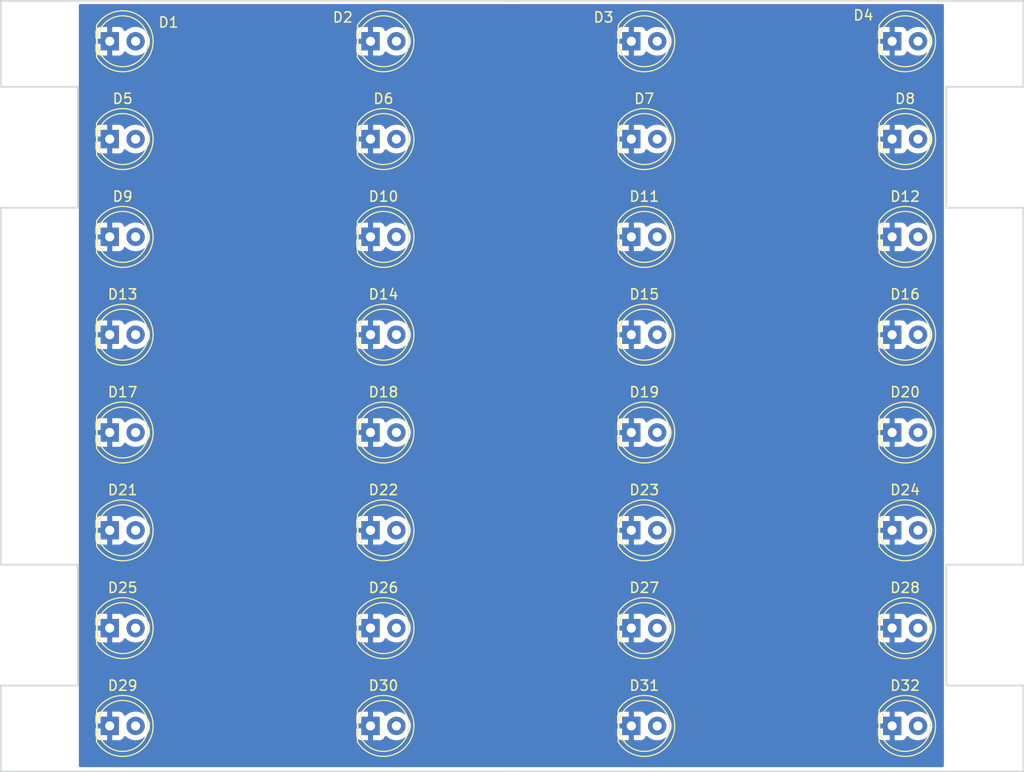
<source format=kicad_pcb>
(kicad_pcb (version 20221018) (generator pcbnew)
  (layers (0 "F.Cu" signal) (31 "B.Cu" signal) (34 "B.Paste" user) (35 "F.Paste" user) (36 "B.SilkS" user "B.Silkscreen") (37 "F.SilkS" user "F.Silkscreen") (38 "B.Mask" user) (39 "F.Mask" user) (44 "Edge.Cuts" user))
  (net 0 "")
  (net 1 "GND")
  (footprint "LED_THT:LED_D5.0mm" (layer "F.Cu") (at 127.952 106.377)
    (fp_text reference "D18" (at 1.27 -3.96) (layer "F.SilkS"))
    (fp_text value "LED")
    (fp_line (start -1.29 -1.545) (end -1.29 1.545) (stroke (width 0.12)) (layer "F.SilkS"))
    (fp_arc (start -1.29 -1.54483) (mid 2.072002 -2.880433) (end 4.26 0.000462) (stroke (width 0.12)) (layer "F.SilkS"))
    (fp_arc (start 4.26 -0.000462) (mid 2.072002 2.880433) (end -1.29 1.54483) (stroke (width 0.12)) (layer "F.SilkS"))
    (fp_circle (center 1.27 0) (end 3.77 0) (stroke (width 0.12)) (fill none) (layer "F.SilkS"))
    (pad "1" thru_hole rect (at 0 0) (size 1.8 1.8) (drill 0.9) (layers "*.Cu" "*.Mask") (net 1 "GND"))
    (pad "2" thru_hole circle (at 2.54 0) (size 1.8 1.8) (drill 0.9) (layers "*.Cu" "*.Mask"))
  )
  (footprint "LED_THT:LED_D5.0mm" (layer "F.Cu") (at 153.552 135.177)
    (fp_text reference "D31" (at 1.27 -3.96) (layer "F.SilkS"))
    (fp_text value "LED")
    (fp_line (start -1.29 -1.545) (end -1.29 1.545) (stroke (width 0.12)) (layer "F.SilkS"))
    (fp_arc (start -1.29 -1.54483) (mid 2.072002 -2.880433) (end 4.26 0.000462) (stroke (width 0.12)) (layer "F.SilkS"))
    (fp_arc (start 4.26 -0.000462) (mid 2.072002 2.880433) (end -1.29 1.54483) (stroke (width 0.12)) (layer "F.SilkS"))
    (fp_circle (center 1.27 0) (end 3.77 0) (stroke (width 0.12)) (fill none) (layer "F.SilkS"))
    (pad "1" thru_hole rect (at 0 0) (size 1.8 1.8) (drill 0.9) (layers "*.Cu" "*.Mask") (net 1 "GND"))
    (pad "2" thru_hole circle (at 2.54 0) (size 1.8 1.8) (drill 0.9) (layers "*.Cu" "*.Mask"))
  )
  (footprint "LED_THT:LED_D5.0mm" (layer "F.Cu") (at 127.952 125.577)
    (fp_text reference "D26" (at 1.27 -3.96) (layer "F.SilkS"))
    (fp_text value "LED")
    (fp_line (start -1.29 -1.545) (end -1.29 1.545) (stroke (width 0.12)) (layer "F.SilkS"))
    (fp_arc (start -1.29 -1.54483) (mid 2.072002 -2.880433) (end 4.26 0.000462) (stroke (width 0.12)) (layer "F.SilkS"))
    (fp_arc (start 4.26 -0.000462) (mid 2.072002 2.880433) (end -1.29 1.54483) (stroke (width 0.12)) (layer "F.SilkS"))
    (fp_circle (center 1.27 0) (end 3.77 0) (stroke (width 0.12)) (fill none) (layer "F.SilkS"))
    (pad "1" thru_hole rect (at 0 0) (size 1.8 1.8) (drill 0.9) (layers "*.Cu" "*.Mask") (net 1 "GND"))
    (pad "2" thru_hole circle (at 2.54 0) (size 1.8 1.8) (drill 0.9) (layers "*.Cu" "*.Mask"))
  )
  (footprint "LED_THT:LED_D5.0mm" (layer "F.Cu") (at 179.152 125.577)
    (fp_text reference "D28" (at 1.27 -3.96) (layer "F.SilkS"))
    (fp_text value "LED")
    (fp_line (start -1.29 -1.545) (end -1.29 1.545) (stroke (width 0.12)) (layer "F.SilkS"))
    (fp_arc (start -1.29 -1.54483) (mid 2.072002 -2.880433) (end 4.26 0.000462) (stroke (width 0.12)) (layer "F.SilkS"))
    (fp_arc (start 4.26 -0.000462) (mid 2.072002 2.880433) (end -1.29 1.54483) (stroke (width 0.12)) (layer "F.SilkS"))
    (fp_circle (center 1.27 0) (end 3.77 0) (stroke (width 0.12)) (fill none) (layer "F.SilkS"))
    (pad "1" thru_hole rect (at 0 0) (size 1.8 1.8) (drill 0.9) (layers "*.Cu" "*.Mask") (net 1 "GND"))
    (pad "2" thru_hole circle (at 2.54 0) (size 1.8 1.8) (drill 0.9) (layers "*.Cu" "*.Mask"))
  )
  (footprint "LED_THT:LED_D5.0mm" (layer "F.Cu") (at 102.352 67.977)
    (fp_text reference "D1" (at 5.775 -1.85) (layer "F.SilkS"))
    (fp_text value "LED")
    (fp_line (start -1.29 -1.545) (end -1.29 1.545) (stroke (width 0.12)) (layer "F.SilkS"))
    (fp_arc (start -1.29 -1.54483) (mid 2.072002 -2.880433) (end 4.26 0.000462) (stroke (width 0.12)) (layer "F.SilkS"))
    (fp_arc (start 4.26 -0.000462) (mid 2.072002 2.880433) (end -1.29 1.54483) (stroke (width 0.12)) (layer "F.SilkS"))
    (fp_circle (center 1.27 0) (end 3.77 0) (stroke (width 0.12)) (fill none) (layer "F.SilkS"))
    (pad "1" thru_hole rect (at 0 0) (size 1.8 1.8) (drill 0.9) (layers "*.Cu" "*.Mask") (net 1 "GND"))
    (pad "2" thru_hole circle (at 2.54 0) (size 1.8 1.8) (drill 0.9) (layers "*.Cu" "*.Mask"))
  )
  (footprint "LED_THT:LED_D5.0mm" (layer "F.Cu") (at 102.352 115.977)
    (fp_text reference "D21" (at 1.27 -3.96) (layer "F.SilkS"))
    (fp_text value "LED")
    (fp_line (start -1.29 -1.545) (end -1.29 1.545) (stroke (width 0.12)) (layer "F.SilkS"))
    (fp_arc (start -1.29 -1.54483) (mid 2.072002 -2.880433) (end 4.26 0.000462) (stroke (width 0.12)) (layer "F.SilkS"))
    (fp_arc (start 4.26 -0.000462) (mid 2.072002 2.880433) (end -1.29 1.54483) (stroke (width 0.12)) (layer "F.SilkS"))
    (fp_circle (center 1.27 0) (end 3.77 0) (stroke (width 0.12)) (fill none) (layer "F.SilkS"))
    (pad "1" thru_hole rect (at 0 0) (size 1.8 1.8) (drill 0.9) (layers "*.Cu" "*.Mask") (net 1 "GND"))
    (pad "2" thru_hole circle (at 2.54 0) (size 1.8 1.8) (drill 0.9) (layers "*.Cu" "*.Mask"))
  )
  (footprint "LED_THT:LED_D5.0mm" (layer "F.Cu") (at 102.352 96.777)
    (fp_text reference "D13" (at 1.27 -3.96) (layer "F.SilkS"))
    (fp_text value "LED")
    (fp_line (start -1.29 -1.545) (end -1.29 1.545) (stroke (width 0.12)) (layer "F.SilkS"))
    (fp_arc (start -1.29 -1.54483) (mid 2.072002 -2.880433) (end 4.26 0.000462) (stroke (width 0.12)) (layer "F.SilkS"))
    (fp_arc (start 4.26 -0.000462) (mid 2.072002 2.880433) (end -1.29 1.54483) (stroke (width 0.12)) (layer "F.SilkS"))
    (fp_circle (center 1.27 0) (end 3.77 0) (stroke (width 0.12)) (fill none) (layer "F.SilkS"))
    (pad "1" thru_hole rect (at 0 0) (size 1.8 1.8) (drill 0.9) (layers "*.Cu" "*.Mask") (net 1 "GND"))
    (pad "2" thru_hole circle (at 2.54 0) (size 1.8 1.8) (drill 0.9) (layers "*.Cu" "*.Mask"))
  )
  (footprint "LED_THT:LED_D5.0mm" (layer "F.Cu") (at 153.552 96.777)
    (fp_text reference "D15" (at 1.27 -3.96) (layer "F.SilkS"))
    (fp_text value "LED")
    (fp_line (start -1.29 -1.545) (end -1.29 1.545) (stroke (width 0.12)) (layer "F.SilkS"))
    (fp_arc (start -1.29 -1.54483) (mid 2.072002 -2.880433) (end 4.26 0.000462) (stroke (width 0.12)) (layer "F.SilkS"))
    (fp_arc (start 4.26 -0.000462) (mid 2.072002 2.880433) (end -1.29 1.54483) (stroke (width 0.12)) (layer "F.SilkS"))
    (fp_circle (center 1.27 0) (end 3.77 0) (stroke (width 0.12)) (fill none) (layer "F.SilkS"))
    (pad "1" thru_hole rect (at 0 0) (size 1.8 1.8) (drill 0.9) (layers "*.Cu" "*.Mask") (net 1 "GND"))
    (pad "2" thru_hole circle (at 2.54 0) (size 1.8 1.8) (drill 0.9) (layers "*.Cu" "*.Mask"))
  )
  (footprint "LED_THT:LED_D5.0mm" (layer "F.Cu") (at 102.352 87.177)
    (fp_text reference "D9" (at 1.27 -3.96) (layer "F.SilkS"))
    (fp_text value "LED")
    (fp_line (start -1.29 -1.545) (end -1.29 1.545) (stroke (width 0.12)) (layer "F.SilkS"))
    (fp_arc (start -1.29 -1.54483) (mid 2.072002 -2.880433) (end 4.26 0.000462) (stroke (width 0.12)) (layer "F.SilkS"))
    (fp_arc (start 4.26 -0.000462) (mid 2.072002 2.880433) (end -1.29 1.54483) (stroke (width 0.12)) (layer "F.SilkS"))
    (fp_circle (center 1.27 0) (end 3.77 0) (stroke (width 0.12)) (fill none) (layer "F.SilkS"))
    (pad "1" thru_hole rect (at 0 0) (size 1.8 1.8) (drill 0.9) (layers "*.Cu" "*.Mask") (net 1 "GND"))
    (pad "2" thru_hole circle (at 2.54 0) (size 1.8 1.8) (drill 0.9) (layers "*.Cu" "*.Mask"))
  )
  (footprint "LED_THT:LED_D5.0mm" (layer "F.Cu") (at 127.952 87.177)
    (fp_text reference "D10" (at 1.27 -3.96) (layer "F.SilkS"))
    (fp_text value "LED")
    (fp_line (start -1.29 -1.545) (end -1.29 1.545) (stroke (width 0.12)) (layer "F.SilkS"))
    (fp_arc (start -1.29 -1.54483) (mid 2.072002 -2.880433) (end 4.26 0.000462) (stroke (width 0.12)) (layer "F.SilkS"))
    (fp_arc (start 4.26 -0.000462) (mid 2.072002 2.880433) (end -1.29 1.54483) (stroke (width 0.12)) (layer "F.SilkS"))
    (fp_circle (center 1.27 0) (end 3.77 0) (stroke (width 0.12)) (fill none) (layer "F.SilkS"))
    (pad "1" thru_hole rect (at 0 0) (size 1.8 1.8) (drill 0.9) (layers "*.Cu" "*.Mask") (net 1 "GND"))
    (pad "2" thru_hole circle (at 2.54 0) (size 1.8 1.8) (drill 0.9) (layers "*.Cu" "*.Mask"))
  )
  (footprint "LED_THT:LED_D5.0mm" (layer "F.Cu") (at 179.152 115.977)
    (fp_text reference "D24" (at 1.27 -3.96) (layer "F.SilkS"))
    (fp_text value "LED")
    (fp_line (start -1.29 -1.545) (end -1.29 1.545) (stroke (width 0.12)) (layer "F.SilkS"))
    (fp_arc (start -1.29 -1.54483) (mid 2.072002 -2.880433) (end 4.26 0.000462) (stroke (width 0.12)) (layer "F.SilkS"))
    (fp_arc (start 4.26 -0.000462) (mid 2.072002 2.880433) (end -1.29 1.54483) (stroke (width 0.12)) (layer "F.SilkS"))
    (fp_circle (center 1.27 0) (end 3.77 0) (stroke (width 0.12)) (fill none) (layer "F.SilkS"))
    (pad "1" thru_hole rect (at 0 0) (size 1.8 1.8) (drill 0.9) (layers "*.Cu" "*.Mask") (net 1 "GND"))
    (pad "2" thru_hole circle (at 2.54 0) (size 1.8 1.8) (drill 0.9) (layers "*.Cu" "*.Mask"))
  )
  (footprint "LED_THT:LED_D5.0mm" (layer "F.Cu") (at 127.952 77.577)
    (fp_text reference "D6" (at 1.27 -3.96) (layer "F.SilkS"))
    (fp_text value "LED")
    (fp_line (start -1.29 -1.545) (end -1.29 1.545) (stroke (width 0.12)) (layer "F.SilkS"))
    (fp_arc (start -1.29 -1.54483) (mid 2.072002 -2.880433) (end 4.26 0.000462) (stroke (width 0.12)) (layer "F.SilkS"))
    (fp_arc (start 4.26 -0.000462) (mid 2.072002 2.880433) (end -1.29 1.54483) (stroke (width 0.12)) (layer "F.SilkS"))
    (fp_circle (center 1.27 0) (end 3.77 0) (stroke (width 0.12)) (fill none) (layer "F.SilkS"))
    (pad "1" thru_hole rect (at 0 0) (size 1.8 1.8) (drill 0.9) (layers "*.Cu" "*.Mask") (net 1 "GND"))
    (pad "2" thru_hole circle (at 2.54 0) (size 1.8 1.8) (drill 0.9) (layers "*.Cu" "*.Mask"))
  )
  (footprint "LED_THT:LED_D5.0mm" (layer "F.Cu") (at 179.152 67.977)
    (fp_text reference "D4" (at -2.825 -2.55) (layer "F.SilkS"))
    (fp_text value "LED")
    (fp_line (start -1.29 -1.545) (end -1.29 1.545) (stroke (width 0.12)) (layer "F.SilkS"))
    (fp_arc (start -1.29 -1.54483) (mid 2.072002 -2.880433) (end 4.26 0.000462) (stroke (width 0.12)) (layer "F.SilkS"))
    (fp_arc (start 4.26 -0.000462) (mid 2.072002 2.880433) (end -1.29 1.54483) (stroke (width 0.12)) (layer "F.SilkS"))
    (fp_circle (center 1.27 0) (end 3.77 0) (stroke (width 0.12)) (fill none) (layer "F.SilkS"))
    (pad "1" thru_hole rect (at 0 0) (size 1.8 1.8) (drill 0.9) (layers "*.Cu" "*.Mask") (net 1 "GND"))
    (pad "2" thru_hole circle (at 2.54 0) (size 1.8 1.8) (drill 0.9) (layers "*.Cu" "*.Mask"))
  )
  (footprint "LED_THT:LED_D5.0mm" (layer "F.Cu") (at 153.552 125.577)
    (fp_text reference "D27" (at 1.27 -3.96) (layer "F.SilkS"))
    (fp_text value "LED")
    (fp_line (start -1.29 -1.545) (end -1.29 1.545) (stroke (width 0.12)) (layer "F.SilkS"))
    (fp_arc (start -1.29 -1.54483) (mid 2.072002 -2.880433) (end 4.26 0.000462) (stroke (width 0.12)) (layer "F.SilkS"))
    (fp_arc (start 4.26 -0.000462) (mid 2.072002 2.880433) (end -1.29 1.54483) (stroke (width 0.12)) (layer "F.SilkS"))
    (fp_circle (center 1.27 0) (end 3.77 0) (stroke (width 0.12)) (fill none) (layer "F.SilkS"))
    (pad "1" thru_hole rect (at 0 0) (size 1.8 1.8) (drill 0.9) (layers "*.Cu" "*.Mask") (net 1 "GND"))
    (pad "2" thru_hole circle (at 2.54 0) (size 1.8 1.8) (drill 0.9) (layers "*.Cu" "*.Mask"))
  )
  (footprint "LED_THT:LED_D5.0mm" (layer "F.Cu") (at 127.952 135.177)
    (fp_text reference "D30" (at 1.27 -3.96) (layer "F.SilkS"))
    (fp_text value "LED")
    (fp_line (start -1.29 -1.545) (end -1.29 1.545) (stroke (width 0.12)) (layer "F.SilkS"))
    (fp_arc (start -1.29 -1.54483) (mid 2.072002 -2.880433) (end 4.26 0.000462) (stroke (width 0.12)) (layer "F.SilkS"))
    (fp_arc (start 4.26 -0.000462) (mid 2.072002 2.880433) (end -1.29 1.54483) (stroke (width 0.12)) (layer "F.SilkS"))
    (fp_circle (center 1.27 0) (end 3.77 0) (stroke (width 0.12)) (fill none) (layer "F.SilkS"))
    (pad "1" thru_hole rect (at 0 0) (size 1.8 1.8) (drill 0.9) (layers "*.Cu" "*.Mask") (net 1 "GND"))
    (pad "2" thru_hole circle (at 2.54 0) (size 1.8 1.8) (drill 0.9) (layers "*.Cu" "*.Mask"))
  )
  (footprint "LED_THT:LED_D5.0mm" (layer "F.Cu") (at 153.552 106.377)
    (fp_text reference "D19" (at 1.27 -3.96) (layer "F.SilkS"))
    (fp_text value "LED")
    (fp_line (start -1.29 -1.545) (end -1.29 1.545) (stroke (width 0.12)) (layer "F.SilkS"))
    (fp_arc (start -1.29 -1.54483) (mid 2.072002 -2.880433) (end 4.26 0.000462) (stroke (width 0.12)) (layer "F.SilkS"))
    (fp_arc (start 4.26 -0.000462) (mid 2.072002 2.880433) (end -1.29 1.54483) (stroke (width 0.12)) (layer "F.SilkS"))
    (fp_circle (center 1.27 0) (end 3.77 0) (stroke (width 0.12)) (fill none) (layer "F.SilkS"))
    (pad "1" thru_hole rect (at 0 0) (size 1.8 1.8) (drill 0.9) (layers "*.Cu" "*.Mask") (net 1 "GND"))
    (pad "2" thru_hole circle (at 2.54 0) (size 1.8 1.8) (drill 0.9) (layers "*.Cu" "*.Mask"))
  )
  (footprint "LED_THT:LED_D5.0mm" (layer "F.Cu") (at 179.152 106.377)
    (fp_text reference "D20" (at 1.27 -3.96) (layer "F.SilkS"))
    (fp_text value "LED")
    (fp_line (start -1.29 -1.545) (end -1.29 1.545) (stroke (width 0.12)) (layer "F.SilkS"))
    (fp_arc (start -1.29 -1.54483) (mid 2.072002 -2.880433) (end 4.26 0.000462) (stroke (width 0.12)) (layer "F.SilkS"))
    (fp_arc (start 4.26 -0.000462) (mid 2.072002 2.880433) (end -1.29 1.54483) (stroke (width 0.12)) (layer "F.SilkS"))
    (fp_circle (center 1.27 0) (end 3.77 0) (stroke (width 0.12)) (fill none) (layer "F.SilkS"))
    (pad "1" thru_hole rect (at 0 0) (size 1.8 1.8) (drill 0.9) (layers "*.Cu" "*.Mask") (net 1 "GND"))
    (pad "2" thru_hole circle (at 2.54 0) (size 1.8 1.8) (drill 0.9) (layers "*.Cu" "*.Mask"))
  )
  (footprint "LED_THT:LED_D5.0mm" (layer "F.Cu") (at 127.952 115.977)
    (fp_text reference "D22" (at 1.27 -3.96) (layer "F.SilkS"))
    (fp_text value "LED")
    (fp_line (start -1.29 -1.545) (end -1.29 1.545) (stroke (width 0.12)) (layer "F.SilkS"))
    (fp_arc (start -1.29 -1.54483) (mid 2.072002 -2.880433) (end 4.26 0.000462) (stroke (width 0.12)) (layer "F.SilkS"))
    (fp_arc (start 4.26 -0.000462) (mid 2.072002 2.880433) (end -1.29 1.54483) (stroke (width 0.12)) (layer "F.SilkS"))
    (fp_circle (center 1.27 0) (end 3.77 0) (stroke (width 0.12)) (fill none) (layer "F.SilkS"))
    (pad "1" thru_hole rect (at 0 0) (size 1.8 1.8) (drill 0.9) (layers "*.Cu" "*.Mask") (net 1 "GND"))
    (pad "2" thru_hole circle (at 2.54 0) (size 1.8 1.8) (drill 0.9) (layers "*.Cu" "*.Mask"))
  )
  (footprint "LED_THT:LED_D5.0mm" (layer "F.Cu") (at 179.152 87.177)
    (fp_text reference "D12" (at 1.27 -3.96) (layer "F.SilkS"))
    (fp_text value "LED")
    (fp_line (start -1.29 -1.545) (end -1.29 1.545) (stroke (width 0.12)) (layer "F.SilkS"))
    (fp_arc (start -1.29 -1.54483) (mid 2.072002 -2.880433) (end 4.26 0.000462) (stroke (width 0.12)) (layer "F.SilkS"))
    (fp_arc (start 4.26 -0.000462) (mid 2.072002 2.880433) (end -1.29 1.54483) (stroke (width 0.12)) (layer "F.SilkS"))
    (fp_circle (center 1.27 0) (end 3.77 0) (stroke (width 0.12)) (fill none) (layer "F.SilkS"))
    (pad "1" thru_hole rect (at 0 0) (size 1.8 1.8) (drill 0.9) (layers "*.Cu" "*.Mask") (net 1 "GND"))
    (pad "2" thru_hole circle (at 2.54 0) (size 1.8 1.8) (drill 0.9) (layers "*.Cu" "*.Mask"))
  )
  (footprint "LED_THT:LED_D5.0mm" (layer "F.Cu") (at 153.552 87.177)
    (fp_text reference "D11" (at 1.27 -3.96) (layer "F.SilkS"))
    (fp_text value "LED")
    (fp_line (start -1.29 -1.545) (end -1.29 1.545) (stroke (width 0.12)) (layer "F.SilkS"))
    (fp_arc (start -1.29 -1.54483) (mid 2.072002 -2.880433) (end 4.26 0.000462) (stroke (width 0.12)) (layer "F.SilkS"))
    (fp_arc (start 4.26 -0.000462) (mid 2.072002 2.880433) (end -1.29 1.54483) (stroke (width 0.12)) (layer "F.SilkS"))
    (fp_circle (center 1.27 0) (end 3.77 0) (stroke (width 0.12)) (fill none) (layer "F.SilkS"))
    (pad "1" thru_hole rect (at 0 0) (size 1.8 1.8) (drill 0.9) (layers "*.Cu" "*.Mask") (net 1 "GND"))
    (pad "2" thru_hole circle (at 2.54 0) (size 1.8 1.8) (drill 0.9) (layers "*.Cu" "*.Mask"))
  )
  (footprint "LED_THT:LED_D5.0mm" (layer "F.Cu") (at 153.552 77.577)
    (fp_text reference "D7" (at 1.27 -3.96) (layer "F.SilkS"))
    (fp_text value "LED")
    (fp_line (start -1.29 -1.545) (end -1.29 1.545) (stroke (width 0.12)) (layer "F.SilkS"))
    (fp_arc (start -1.29 -1.54483) (mid 2.072002 -2.880433) (end 4.26 0.000462) (stroke (width 0.12)) (layer "F.SilkS"))
    (fp_arc (start 4.26 -0.000462) (mid 2.072002 2.880433) (end -1.29 1.54483) (stroke (width 0.12)) (layer "F.SilkS"))
    (fp_circle (center 1.27 0) (end 3.77 0) (stroke (width 0.12)) (fill none) (layer "F.SilkS"))
    (pad "1" thru_hole rect (at 0 0) (size 1.8 1.8) (drill 0.9) (layers "*.Cu" "*.Mask") (net 1 "GND"))
    (pad "2" thru_hole circle (at 2.54 0) (size 1.8 1.8) (drill 0.9) (layers "*.Cu" "*.Mask"))
  )
  (footprint "LED_THT:LED_D5.0mm" (layer "F.Cu") (at 102.352 125.577)
    (fp_text reference "D25" (at 1.27 -3.96) (layer "F.SilkS"))
    (fp_text value "LED")
    (fp_line (start -1.29 -1.545) (end -1.29 1.545) (stroke (width 0.12)) (layer "F.SilkS"))
    (fp_arc (start -1.29 -1.54483) (mid 2.072002 -2.880433) (end 4.26 0.000462) (stroke (width 0.12)) (layer "F.SilkS"))
    (fp_arc (start 4.26 -0.000462) (mid 2.072002 2.880433) (end -1.29 1.54483) (stroke (width 0.12)) (layer "F.SilkS"))
    (fp_circle (center 1.27 0) (end 3.77 0) (stroke (width 0.12)) (fill none) (layer "F.SilkS"))
    (pad "1" thru_hole rect (at 0 0) (size 1.8 1.8) (drill 0.9) (layers "*.Cu" "*.Mask") (net 1 "GND"))
    (pad "2" thru_hole circle (at 2.54 0) (size 1.8 1.8) (drill 0.9) (layers "*.Cu" "*.Mask"))
  )
  (footprint "LED_THT:LED_D5.0mm" (layer "F.Cu") (at 179.152 77.577)
    (fp_text reference "D8" (at 1.27 -3.96) (layer "F.SilkS"))
    (fp_text value "LED")
    (fp_line (start -1.29 -1.545) (end -1.29 1.545) (stroke (width 0.12)) (layer "F.SilkS"))
    (fp_arc (start -1.29 -1.54483) (mid 2.072002 -2.880433) (end 4.26 0.000462) (stroke (width 0.12)) (layer "F.SilkS"))
    (fp_arc (start 4.26 -0.000462) (mid 2.072002 2.880433) (end -1.29 1.54483) (stroke (width 0.12)) (layer "F.SilkS"))
    (fp_circle (center 1.27 0) (end 3.77 0) (stroke (width 0.12)) (fill none) (layer "F.SilkS"))
    (pad "1" thru_hole rect (at 0 0) (size 1.8 1.8) (drill 0.9) (layers "*.Cu" "*.Mask") (net 1 "GND"))
    (pad "2" thru_hole circle (at 2.54 0) (size 1.8 1.8) (drill 0.9) (layers "*.Cu" "*.Mask"))
  )
  (footprint "LED_THT:LED_D5.0mm" (layer "F.Cu") (at 102.352 106.377)
    (fp_text reference "D17" (at 1.27 -3.96) (layer "F.SilkS"))
    (fp_text value "LED")
    (fp_line (start -1.29 -1.545) (end -1.29 1.545) (stroke (width 0.12)) (layer "F.SilkS"))
    (fp_arc (start -1.29 -1.54483) (mid 2.072002 -2.880433) (end 4.26 0.000462) (stroke (width 0.12)) (layer "F.SilkS"))
    (fp_arc (start 4.26 -0.000462) (mid 2.072002 2.880433) (end -1.29 1.54483) (stroke (width 0.12)) (layer "F.SilkS"))
    (fp_circle (center 1.27 0) (end 3.77 0) (stroke (width 0.12)) (fill none) (layer "F.SilkS"))
    (pad "1" thru_hole rect (at 0 0) (size 1.8 1.8) (drill 0.9) (layers "*.Cu" "*.Mask") (net 1 "GND"))
    (pad "2" thru_hole circle (at 2.54 0) (size 1.8 1.8) (drill 0.9) (layers "*.Cu" "*.Mask"))
  )
  (footprint "LED_THT:LED_D5.0mm" (layer "F.Cu") (at 127.952 96.777)
    (fp_text reference "D14" (at 1.27 -3.96) (layer "F.SilkS"))
    (fp_text value "LED")
    (fp_line (start -1.29 -1.545) (end -1.29 1.545) (stroke (width 0.12)) (layer "F.SilkS"))
    (fp_arc (start -1.29 -1.54483) (mid 2.072002 -2.880433) (end 4.26 0.000462) (stroke (width 0.12)) (layer "F.SilkS"))
    (fp_arc (start 4.26 -0.000462) (mid 2.072002 2.880433) (end -1.29 1.54483) (stroke (width 0.12)) (layer "F.SilkS"))
    (fp_circle (center 1.27 0) (end 3.77 0) (stroke (width 0.12)) (fill none) (layer "F.SilkS"))
    (pad "1" thru_hole rect (at 0 0) (size 1.8 1.8) (drill 0.9) (layers "*.Cu" "*.Mask") (net 1 "GND"))
    (pad "2" thru_hole circle (at 2.54 0) (size 1.8 1.8) (drill 0.9) (layers "*.Cu" "*.Mask"))
  )
  (footprint "LED_THT:LED_D5.0mm" (layer "F.Cu") (at 102.352 135.177)
    (fp_text reference "D29" (at 1.27 -3.96) (layer "F.SilkS"))
    (fp_text value "LED")
    (fp_line (start -1.29 -1.545) (end -1.29 1.545) (stroke (width 0.12)) (layer "F.SilkS"))
    (fp_arc (start -1.29 -1.54483) (mid 2.072002 -2.880433) (end 4.26 0.000462) (stroke (width 0.12)) (layer "F.SilkS"))
    (fp_arc (start 4.26 -0.000462) (mid 2.072002 2.880433) (end -1.29 1.54483) (stroke (width 0.12)) (layer "F.SilkS"))
    (fp_circle (center 1.27 0) (end 3.77 0) (stroke (width 0.12)) (fill none) (layer "F.SilkS"))
    (pad "1" thru_hole rect (at 0 0) (size 1.8 1.8) (drill 0.9) (layers "*.Cu" "*.Mask") (net 1 "GND"))
    (pad "2" thru_hole circle (at 2.54 0) (size 1.8 1.8) (drill 0.9) (layers "*.Cu" "*.Mask"))
  )
  (footprint "LED_THT:LED_D5.0mm" (layer "F.Cu") (at 179.152 96.777)
    (fp_text reference "D16" (at 1.27 -3.96) (layer "F.SilkS"))
    (fp_text value "LED")
    (fp_line (start -1.29 -1.545) (end -1.29 1.545) (stroke (width 0.12)) (layer "F.SilkS"))
    (fp_arc (start -1.29 -1.54483) (mid 2.072002 -2.880433) (end 4.26 0.000462) (stroke (width 0.12)) (layer "F.SilkS"))
    (fp_arc (start 4.26 -0.000462) (mid 2.072002 2.880433) (end -1.29 1.54483) (stroke (width 0.12)) (layer "F.SilkS"))
    (fp_circle (center 1.27 0) (end 3.77 0) (stroke (width 0.12)) (fill none) (layer "F.SilkS"))
    (pad "1" thru_hole rect (at 0 0) (size 1.8 1.8) (drill 0.9) (layers "*.Cu" "*.Mask") (net 1 "GND"))
    (pad "2" thru_hole circle (at 2.54 0) (size 1.8 1.8) (drill 0.9) (layers "*.Cu" "*.Mask"))
  )
  (footprint "LED_THT:LED_D5.0mm" (layer "F.Cu") (at 127.952 67.977)
    (fp_text reference "D2" (at -2.725 -2.35) (layer "F.SilkS"))
    (fp_text value "LED")
    (fp_line (start -1.29 -1.545) (end -1.29 1.545) (stroke (width 0.12)) (layer "F.SilkS"))
    (fp_arc (start -1.29 -1.54483) (mid 2.072002 -2.880433) (end 4.26 0.000462) (stroke (width 0.12)) (layer "F.SilkS"))
    (fp_arc (start 4.26 -0.000462) (mid 2.072002 2.880433) (end -1.29 1.54483) (stroke (width 0.12)) (layer "F.SilkS"))
    (fp_circle (center 1.27 0) (end 3.77 0) (stroke (width 0.12)) (fill none) (layer "F.SilkS"))
    (pad "1" thru_hole rect (at 0 0) (size 1.8 1.8) (drill 0.9) (layers "*.Cu" "*.Mask") (net 1 "GND"))
    (pad "2" thru_hole circle (at 2.54 0) (size 1.8 1.8) (drill 0.9) (layers "*.Cu" "*.Mask"))
  )
  (footprint "LED_THT:LED_D5.0mm" (layer "F.Cu") (at 153.552 115.977)
    (fp_text reference "D23" (at 1.27 -3.96) (layer "F.SilkS"))
    (fp_text value "LED")
    (fp_line (start -1.29 -1.545) (end -1.29 1.545) (stroke (width 0.12)) (layer "F.SilkS"))
    (fp_arc (start -1.29 -1.54483) (mid 2.072002 -2.880433) (end 4.26 0.000462) (stroke (width 0.12)) (layer "F.SilkS"))
    (fp_arc (start 4.26 -0.000462) (mid 2.072002 2.880433) (end -1.29 1.54483) (stroke (width 0.12)) (layer "F.SilkS"))
    (fp_circle (center 1.27 0) (end 3.77 0) (stroke (width 0.12)) (fill none) (layer "F.SilkS"))
    (pad "1" thru_hole rect (at 0 0) (size 1.8 1.8) (drill 0.9) (layers "*.Cu" "*.Mask") (net 1 "GND"))
    (pad "2" thru_hole circle (at 2.54 0) (size 1.8 1.8) (drill 0.9) (layers "*.Cu" "*.Mask"))
  )
  (footprint "LED_THT:LED_D5.0mm" (layer "F.Cu") (at 153.552 67.977)
    (fp_text reference "D3" (at -2.725 -2.35) (layer "F.SilkS"))
    (fp_text value "LED")
    (fp_line (start -1.29 -1.545) (end -1.29 1.545) (stroke (width 0.12)) (layer "F.SilkS"))
    (fp_arc (start -1.29 -1.54483) (mid 2.072002 -2.880433) (end 4.26 0.000462) (stroke (width 0.12)) (layer "F.SilkS"))
    (fp_arc (start 4.26 -0.000462) (mid 2.072002 2.880433) (end -1.29 1.54483) (stroke (width 0.12)) (layer "F.SilkS"))
    (fp_circle (center 1.27 0) (end 3.77 0) (stroke (width 0.12)) (fill none) (layer "F.SilkS"))
    (pad "1" thru_hole rect (at 0 0) (size 1.8 1.8) (drill 0.9) (layers "*.Cu" "*.Mask") (net 1 "GND"))
    (pad "2" thru_hole circle (at 2.54 0) (size 1.8 1.8) (drill 0.9) (layers "*.Cu" "*.Mask"))
  )
  (footprint "LED_THT:LED_D5.0mm" (layer "F.Cu") (at 179.152 135.177)
    (fp_text reference "D32" (at 1.27 -3.96) (layer "F.SilkS"))
    (fp_text value "LED")
    (fp_line (start -1.29 -1.545) (end -1.29 1.545) (stroke (width 0.12)) (layer "F.SilkS"))
    (fp_arc (start -1.29 -1.54483) (mid 2.072002 -2.880433) (end 4.26 0.000462) (stroke (width 0.12)) (layer "F.SilkS"))
    (fp_arc (start 4.26 -0.000462) (mid 2.072002 2.880433) (end -1.29 1.54483) (stroke (width 0.12)) (layer "F.SilkS"))
    (fp_circle (center 1.27 0) (end 3.77 0) (stroke (width 0.12)) (fill none) (layer "F.SilkS"))
    (pad "1" thru_hole rect (at 0 0) (size 1.8 1.8) (drill 0.9) (layers "*.Cu" "*.Mask") (net 1 "GND"))
    (pad "2" thru_hole circle (at 2.54 0) (size 1.8 1.8) (drill 0.9) (layers "*.Cu" "*.Mask"))
  )
  (footprint "LED_THT:LED_D5.0mm" (layer "F.Cu") (at 102.352 77.577)
    (fp_text reference "D5" (at 1.27 -3.96) (layer "F.SilkS"))
    (fp_text value "LED")
    (fp_line (start -1.29 -1.545) (end -1.29 1.545) (stroke (width 0.12)) (layer "F.SilkS"))
    (fp_arc (start -1.29 -1.54483) (mid 2.072002 -2.880433) (end 4.26 0.000462) (stroke (width 0.12)) (layer "F.SilkS"))
    (fp_arc (start 4.26 -0.000462) (mid 2.072002 2.880433) (end -1.29 1.54483) (stroke (width 0.12)) (layer "F.SilkS"))
    (fp_circle (center 1.27 0) (end 3.77 0) (stroke (width 0.12)) (fill none) (layer "F.SilkS"))
    (pad "1" thru_hole rect (at 0 0) (size 1.8 1.8) (drill 0.9) (layers "*.Cu" "*.Mask") (net 1 "GND"))
    (pad "2" thru_hole circle (at 2.54 0) (size 1.8 1.8) (drill 0.9) (layers "*.Cu" "*.Mask"))
  )
  (gr_line (start 91.664422 64.006484) (end 91.664422 72.442409) (stroke (width 0.16)) (layer "Edge.Cuts"))
  (gr_line (start 99.224272 84.311591) (end 91.664422 84.311591) (stroke (width 0.16)) (layer "Edge.Cuts"))
  (gr_line (start 192.027 119.342409) (end 184.46715 119.342409) (stroke (width 0.16)) (layer "Edge.Cuts"))
  (gr_line (start 91.664422 72.442409) (end 99.224272 72.442409) (stroke (width 0.16)) (layer "Edge.Cuts"))
  (gr_line (start 91.664422 119.342409) (end 99.224272 119.342409) (stroke (width 0.16)) (layer "Edge.Cuts"))
  (gr_line (start 91.664422 84.311591) (end 91.664422 119.342409) (stroke (width 0.16)) (layer "Edge.Cuts"))
  (gr_line (start 184.46715 131.211591) (end 192.027 131.211591) (stroke (width 0.16)) (layer "Edge.Cuts"))
  (gr_line (start 99.224272 119.342409) (end 99.224272 131.211591) (stroke (width 0.16)) (layer "Edge.Cuts"))
  (gr_line (start 99.224272 131.211591) (end 91.664422 131.211591) (stroke (width 0.16)) (layer "Edge.Cuts"))
  (gr_line (start 91.664422 139.647516) (end 141.845711 139.647516) (stroke (width 0.16)) (layer "Edge.Cuts"))
  (gr_line (start 192.027 139.647516) (end 141.845711 139.647516) (stroke (width 0.16)) (layer "Edge.Cuts"))
  (gr_line (start 99.224272 72.442409) (end 99.224272 84.311591) (stroke (width 0.16)) (layer "Edge.Cuts"))
  (gr_line (start 184.46715 119.342409) (end 184.46715 131.211591) (stroke (width 0.16)) (layer "Edge.Cuts"))
  (gr_line (start 192.027 84.311591) (end 192.027 119.342409) (stroke (width 0.16)) (layer "Edge.Cuts"))
  (gr_line (start 184.46715 84.311591) (end 192.027 84.311591) (stroke (width 0.16)) (layer "Edge.Cuts"))
  (gr_line (start 192.027 64.006484) (end 192.027 72.442409) (stroke (width 0.16)) (layer "Edge.Cuts"))
  (gr_line (start 91.664422 131.211591) (end 91.664422 139.647516) (stroke (width 0.16)) (layer "Edge.Cuts"))
  (gr_line (start 192.027 131.211591) (end 192.027 139.647516) (stroke (width 0.16)) (layer "Edge.Cuts"))
  (gr_line (start 141.845711 64.006484) (end 192.027 64.006484) (stroke (width 0.16)) (layer "Edge.Cuts"))
  (gr_line (start 184.46715 72.442409) (end 184.46715 84.311591) (stroke (width 0.16)) (layer "Edge.Cuts"))
  (gr_line (start 192.027 72.442409) (end 184.46715 72.442409) (stroke (width 0.16)) (layer "Edge.Cuts"))
  (gr_line (start 141.845711 64.006484) (end 91.664422 64.006484) (stroke (width 0.16)) (layer "Edge.Cuts"))
  (zone (net 1) (net_name "GND") (layer "B.Cu") (connect_pads (clearance 0.5)) (min_thickness 0.25) (fill yes (thermal_gap 0.5) (thermal_bridge_width 0.5))
    (polygon (pts (xy 99.327 64.327) (xy 99.327 139.227) (xy 184.127 139.227) (xy 184.227 139.127) (xy 184.227 64.327)))
  )
)
</source>
